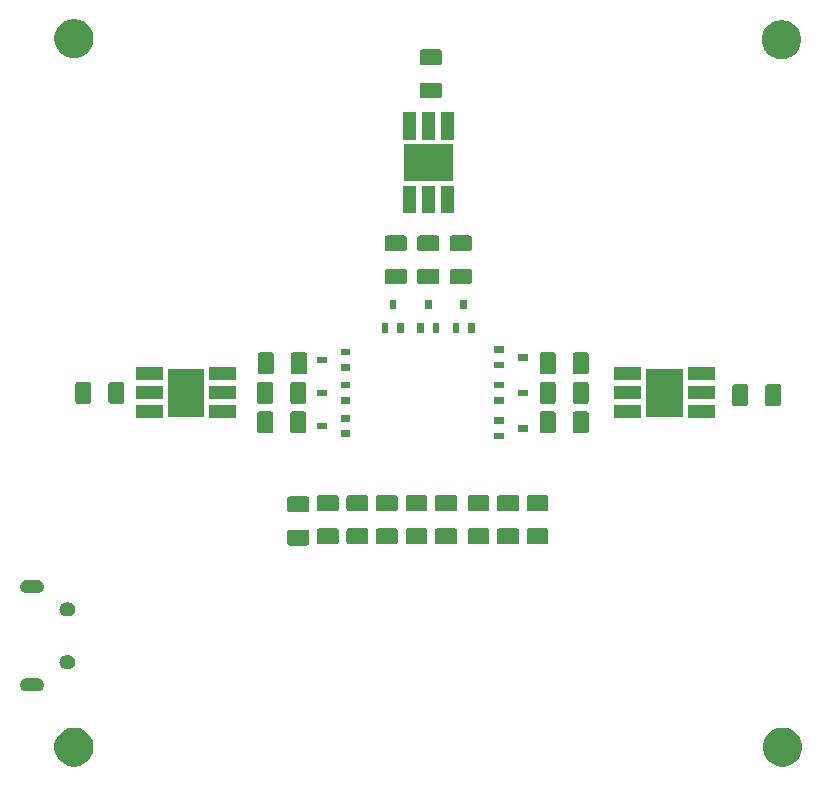
<source format=gts>
G04 #@! TF.GenerationSoftware,KiCad,Pcbnew,5.1.6*
G04 #@! TF.CreationDate,2020-08-29T17:23:06+02:00*
G04 #@! TF.ProjectId,ESP32_lamp,45535033-325f-46c6-916d-702e6b696361,rev?*
G04 #@! TF.SameCoordinates,Original*
G04 #@! TF.FileFunction,Soldermask,Top*
G04 #@! TF.FilePolarity,Negative*
%FSLAX46Y46*%
G04 Gerber Fmt 4.6, Leading zero omitted, Abs format (unit mm)*
G04 Created by KiCad (PCBNEW 5.1.6) date 2020-08-29 17:23:06*
%MOMM*%
%LPD*%
G01*
G04 APERTURE LIST*
%ADD10C,0.100000*%
G04 APERTURE END LIST*
D10*
G36*
X185375256Y-138391298D02*
G01*
X185481579Y-138412447D01*
X185782042Y-138536903D01*
X186052451Y-138717585D01*
X186282415Y-138947549D01*
X186463097Y-139217958D01*
X186587553Y-139518421D01*
X186651000Y-139837391D01*
X186651000Y-140162609D01*
X186587553Y-140481579D01*
X186463097Y-140782042D01*
X186282415Y-141052451D01*
X186052451Y-141282415D01*
X185782042Y-141463097D01*
X185481579Y-141587553D01*
X185375256Y-141608702D01*
X185162611Y-141651000D01*
X184837389Y-141651000D01*
X184624744Y-141608702D01*
X184518421Y-141587553D01*
X184217958Y-141463097D01*
X183947549Y-141282415D01*
X183717585Y-141052451D01*
X183536903Y-140782042D01*
X183412447Y-140481579D01*
X183349000Y-140162609D01*
X183349000Y-139837391D01*
X183412447Y-139518421D01*
X183536903Y-139217958D01*
X183717585Y-138947549D01*
X183947549Y-138717585D01*
X184217958Y-138536903D01*
X184518421Y-138412447D01*
X184624744Y-138391298D01*
X184837389Y-138349000D01*
X185162611Y-138349000D01*
X185375256Y-138391298D01*
G37*
G36*
X125375256Y-138391298D02*
G01*
X125481579Y-138412447D01*
X125782042Y-138536903D01*
X126052451Y-138717585D01*
X126282415Y-138947549D01*
X126463097Y-139217958D01*
X126587553Y-139518421D01*
X126651000Y-139837391D01*
X126651000Y-140162609D01*
X126587553Y-140481579D01*
X126463097Y-140782042D01*
X126282415Y-141052451D01*
X126052451Y-141282415D01*
X125782042Y-141463097D01*
X125481579Y-141587553D01*
X125375256Y-141608702D01*
X125162611Y-141651000D01*
X124837389Y-141651000D01*
X124624744Y-141608702D01*
X124518421Y-141587553D01*
X124217958Y-141463097D01*
X123947549Y-141282415D01*
X123717585Y-141052451D01*
X123536903Y-140782042D01*
X123412447Y-140481579D01*
X123349000Y-140162609D01*
X123349000Y-139837391D01*
X123412447Y-139518421D01*
X123536903Y-139217958D01*
X123717585Y-138947549D01*
X123947549Y-138717585D01*
X124217958Y-138536903D01*
X124518421Y-138412447D01*
X124624744Y-138391298D01*
X124837389Y-138349000D01*
X125162611Y-138349000D01*
X125375256Y-138391298D01*
G37*
G36*
X122008015Y-134181973D02*
G01*
X122111879Y-134213479D01*
X122139055Y-134228005D01*
X122207600Y-134264643D01*
X122291501Y-134333499D01*
X122360357Y-134417400D01*
X122396995Y-134485945D01*
X122411521Y-134513121D01*
X122443027Y-134616985D01*
X122453666Y-134725000D01*
X122443027Y-134833015D01*
X122411521Y-134936879D01*
X122411519Y-134936882D01*
X122360357Y-135032600D01*
X122291501Y-135116501D01*
X122207600Y-135185357D01*
X122139055Y-135221995D01*
X122111879Y-135236521D01*
X122008015Y-135268027D01*
X121927067Y-135276000D01*
X120972933Y-135276000D01*
X120891985Y-135268027D01*
X120788121Y-135236521D01*
X120760945Y-135221995D01*
X120692400Y-135185357D01*
X120608499Y-135116501D01*
X120539643Y-135032600D01*
X120488481Y-134936882D01*
X120488479Y-134936879D01*
X120456973Y-134833015D01*
X120446334Y-134725000D01*
X120456973Y-134616985D01*
X120488479Y-134513121D01*
X120503005Y-134485945D01*
X120539643Y-134417400D01*
X120608499Y-134333499D01*
X120692400Y-134264643D01*
X120760945Y-134228005D01*
X120788121Y-134213479D01*
X120891985Y-134181973D01*
X120972933Y-134174000D01*
X121927067Y-134174000D01*
X122008015Y-134181973D01*
G37*
G36*
X124662916Y-132207334D02*
G01*
X124771492Y-132240271D01*
X124771495Y-132240272D01*
X124807601Y-132259571D01*
X124871557Y-132293756D01*
X124959264Y-132365736D01*
X125031244Y-132453443D01*
X125065429Y-132517399D01*
X125084728Y-132553505D01*
X125084729Y-132553508D01*
X125117666Y-132662084D01*
X125128787Y-132775000D01*
X125117666Y-132887916D01*
X125084729Y-132996492D01*
X125084728Y-132996495D01*
X125065429Y-133032601D01*
X125031244Y-133096557D01*
X124959264Y-133184264D01*
X124871557Y-133256244D01*
X124807601Y-133290429D01*
X124771495Y-133309728D01*
X124771492Y-133309729D01*
X124662916Y-133342666D01*
X124578298Y-133351000D01*
X124321702Y-133351000D01*
X124237084Y-133342666D01*
X124128508Y-133309729D01*
X124128505Y-133309728D01*
X124092399Y-133290429D01*
X124028443Y-133256244D01*
X123940736Y-133184264D01*
X123868756Y-133096557D01*
X123834571Y-133032601D01*
X123815272Y-132996495D01*
X123815271Y-132996492D01*
X123782334Y-132887916D01*
X123771213Y-132775000D01*
X123782334Y-132662084D01*
X123815271Y-132553508D01*
X123815272Y-132553505D01*
X123834571Y-132517399D01*
X123868756Y-132453443D01*
X123940736Y-132365736D01*
X124028443Y-132293756D01*
X124092399Y-132259571D01*
X124128505Y-132240272D01*
X124128508Y-132240271D01*
X124237084Y-132207334D01*
X124321702Y-132199000D01*
X124578298Y-132199000D01*
X124662916Y-132207334D01*
G37*
G36*
X124662916Y-127757334D02*
G01*
X124771492Y-127790271D01*
X124771495Y-127790272D01*
X124807601Y-127809571D01*
X124871557Y-127843756D01*
X124959264Y-127915736D01*
X125031244Y-128003443D01*
X125065429Y-128067399D01*
X125084728Y-128103505D01*
X125084729Y-128103508D01*
X125117666Y-128212084D01*
X125128787Y-128325000D01*
X125117666Y-128437916D01*
X125084729Y-128546492D01*
X125084728Y-128546495D01*
X125065429Y-128582601D01*
X125031244Y-128646557D01*
X124959264Y-128734264D01*
X124871557Y-128806244D01*
X124807601Y-128840429D01*
X124771495Y-128859728D01*
X124771492Y-128859729D01*
X124662916Y-128892666D01*
X124578298Y-128901000D01*
X124321702Y-128901000D01*
X124237084Y-128892666D01*
X124128508Y-128859729D01*
X124128505Y-128859728D01*
X124092399Y-128840429D01*
X124028443Y-128806244D01*
X123940736Y-128734264D01*
X123868756Y-128646557D01*
X123834571Y-128582601D01*
X123815272Y-128546495D01*
X123815271Y-128546492D01*
X123782334Y-128437916D01*
X123771213Y-128325000D01*
X123782334Y-128212084D01*
X123815271Y-128103508D01*
X123815272Y-128103505D01*
X123834571Y-128067399D01*
X123868756Y-128003443D01*
X123940736Y-127915736D01*
X124028443Y-127843756D01*
X124092399Y-127809571D01*
X124128505Y-127790272D01*
X124128508Y-127790271D01*
X124237084Y-127757334D01*
X124321702Y-127749000D01*
X124578298Y-127749000D01*
X124662916Y-127757334D01*
G37*
G36*
X122008015Y-125831973D02*
G01*
X122111879Y-125863479D01*
X122139055Y-125878005D01*
X122207600Y-125914643D01*
X122291501Y-125983499D01*
X122360357Y-126067400D01*
X122396995Y-126135945D01*
X122411521Y-126163121D01*
X122443027Y-126266985D01*
X122453666Y-126375000D01*
X122443027Y-126483015D01*
X122411521Y-126586879D01*
X122411519Y-126586882D01*
X122360357Y-126682600D01*
X122291501Y-126766501D01*
X122207600Y-126835357D01*
X122139055Y-126871995D01*
X122111879Y-126886521D01*
X122008015Y-126918027D01*
X121927067Y-126926000D01*
X120972933Y-126926000D01*
X120891985Y-126918027D01*
X120788121Y-126886521D01*
X120760945Y-126871995D01*
X120692400Y-126835357D01*
X120608499Y-126766501D01*
X120539643Y-126682600D01*
X120488481Y-126586882D01*
X120488479Y-126586879D01*
X120456973Y-126483015D01*
X120446334Y-126375000D01*
X120456973Y-126266985D01*
X120488479Y-126163121D01*
X120503005Y-126135945D01*
X120539643Y-126067400D01*
X120608499Y-125983499D01*
X120692400Y-125914643D01*
X120760945Y-125878005D01*
X120788121Y-125863479D01*
X120891985Y-125831973D01*
X120972933Y-125824000D01*
X121927067Y-125824000D01*
X122008015Y-125831973D01*
G37*
G36*
X144768604Y-121578347D02*
G01*
X144805144Y-121589432D01*
X144838821Y-121607433D01*
X144868341Y-121631659D01*
X144892567Y-121661179D01*
X144910568Y-121694856D01*
X144921653Y-121731396D01*
X144926000Y-121775538D01*
X144926000Y-122724462D01*
X144921653Y-122768604D01*
X144910568Y-122805144D01*
X144892567Y-122838821D01*
X144868341Y-122868341D01*
X144838821Y-122892567D01*
X144805144Y-122910568D01*
X144768604Y-122921653D01*
X144724462Y-122926000D01*
X143275538Y-122926000D01*
X143231396Y-122921653D01*
X143194856Y-122910568D01*
X143161179Y-122892567D01*
X143131659Y-122868341D01*
X143107433Y-122838821D01*
X143089432Y-122805144D01*
X143078347Y-122768604D01*
X143074000Y-122724462D01*
X143074000Y-121775538D01*
X143078347Y-121731396D01*
X143089432Y-121694856D01*
X143107433Y-121661179D01*
X143131659Y-121631659D01*
X143161179Y-121607433D01*
X143194856Y-121589432D01*
X143231396Y-121578347D01*
X143275538Y-121574000D01*
X144724462Y-121574000D01*
X144768604Y-121578347D01*
G37*
G36*
X160018604Y-121478347D02*
G01*
X160055144Y-121489432D01*
X160088821Y-121507433D01*
X160118341Y-121531659D01*
X160142567Y-121561179D01*
X160160568Y-121594856D01*
X160171653Y-121631396D01*
X160176000Y-121675538D01*
X160176000Y-122624462D01*
X160171653Y-122668604D01*
X160160568Y-122705144D01*
X160142567Y-122738821D01*
X160118341Y-122768341D01*
X160088821Y-122792567D01*
X160055144Y-122810568D01*
X160018604Y-122821653D01*
X159974462Y-122826000D01*
X158525538Y-122826000D01*
X158481396Y-122821653D01*
X158444856Y-122810568D01*
X158411179Y-122792567D01*
X158381659Y-122768341D01*
X158357433Y-122738821D01*
X158339432Y-122705144D01*
X158328347Y-122668604D01*
X158324000Y-122624462D01*
X158324000Y-121675538D01*
X158328347Y-121631396D01*
X158339432Y-121594856D01*
X158357433Y-121561179D01*
X158381659Y-121531659D01*
X158411179Y-121507433D01*
X158444856Y-121489432D01*
X158481396Y-121478347D01*
X158525538Y-121474000D01*
X159974462Y-121474000D01*
X160018604Y-121478347D01*
G37*
G36*
X154768604Y-121478347D02*
G01*
X154805144Y-121489432D01*
X154838821Y-121507433D01*
X154868341Y-121531659D01*
X154892567Y-121561179D01*
X154910568Y-121594856D01*
X154921653Y-121631396D01*
X154926000Y-121675538D01*
X154926000Y-122624462D01*
X154921653Y-122668604D01*
X154910568Y-122705144D01*
X154892567Y-122738821D01*
X154868341Y-122768341D01*
X154838821Y-122792567D01*
X154805144Y-122810568D01*
X154768604Y-122821653D01*
X154724462Y-122826000D01*
X153275538Y-122826000D01*
X153231396Y-122821653D01*
X153194856Y-122810568D01*
X153161179Y-122792567D01*
X153131659Y-122768341D01*
X153107433Y-122738821D01*
X153089432Y-122705144D01*
X153078347Y-122668604D01*
X153074000Y-122624462D01*
X153074000Y-121675538D01*
X153078347Y-121631396D01*
X153089432Y-121594856D01*
X153107433Y-121561179D01*
X153131659Y-121531659D01*
X153161179Y-121507433D01*
X153194856Y-121489432D01*
X153231396Y-121478347D01*
X153275538Y-121474000D01*
X154724462Y-121474000D01*
X154768604Y-121478347D01*
G37*
G36*
X157268604Y-121478347D02*
G01*
X157305144Y-121489432D01*
X157338821Y-121507433D01*
X157368341Y-121531659D01*
X157392567Y-121561179D01*
X157410568Y-121594856D01*
X157421653Y-121631396D01*
X157426000Y-121675538D01*
X157426000Y-122624462D01*
X157421653Y-122668604D01*
X157410568Y-122705144D01*
X157392567Y-122738821D01*
X157368341Y-122768341D01*
X157338821Y-122792567D01*
X157305144Y-122810568D01*
X157268604Y-122821653D01*
X157224462Y-122826000D01*
X155775538Y-122826000D01*
X155731396Y-122821653D01*
X155694856Y-122810568D01*
X155661179Y-122792567D01*
X155631659Y-122768341D01*
X155607433Y-122738821D01*
X155589432Y-122705144D01*
X155578347Y-122668604D01*
X155574000Y-122624462D01*
X155574000Y-121675538D01*
X155578347Y-121631396D01*
X155589432Y-121594856D01*
X155607433Y-121561179D01*
X155631659Y-121531659D01*
X155661179Y-121507433D01*
X155694856Y-121489432D01*
X155731396Y-121478347D01*
X155775538Y-121474000D01*
X157224462Y-121474000D01*
X157268604Y-121478347D01*
G37*
G36*
X165018604Y-121478347D02*
G01*
X165055144Y-121489432D01*
X165088821Y-121507433D01*
X165118341Y-121531659D01*
X165142567Y-121561179D01*
X165160568Y-121594856D01*
X165171653Y-121631396D01*
X165176000Y-121675538D01*
X165176000Y-122624462D01*
X165171653Y-122668604D01*
X165160568Y-122705144D01*
X165142567Y-122738821D01*
X165118341Y-122768341D01*
X165088821Y-122792567D01*
X165055144Y-122810568D01*
X165018604Y-122821653D01*
X164974462Y-122826000D01*
X163525538Y-122826000D01*
X163481396Y-122821653D01*
X163444856Y-122810568D01*
X163411179Y-122792567D01*
X163381659Y-122768341D01*
X163357433Y-122738821D01*
X163339432Y-122705144D01*
X163328347Y-122668604D01*
X163324000Y-122624462D01*
X163324000Y-121675538D01*
X163328347Y-121631396D01*
X163339432Y-121594856D01*
X163357433Y-121561179D01*
X163381659Y-121531659D01*
X163411179Y-121507433D01*
X163444856Y-121489432D01*
X163481396Y-121478347D01*
X163525538Y-121474000D01*
X164974462Y-121474000D01*
X165018604Y-121478347D01*
G37*
G36*
X152268604Y-121478347D02*
G01*
X152305144Y-121489432D01*
X152338821Y-121507433D01*
X152368341Y-121531659D01*
X152392567Y-121561179D01*
X152410568Y-121594856D01*
X152421653Y-121631396D01*
X152426000Y-121675538D01*
X152426000Y-122624462D01*
X152421653Y-122668604D01*
X152410568Y-122705144D01*
X152392567Y-122738821D01*
X152368341Y-122768341D01*
X152338821Y-122792567D01*
X152305144Y-122810568D01*
X152268604Y-122821653D01*
X152224462Y-122826000D01*
X150775538Y-122826000D01*
X150731396Y-122821653D01*
X150694856Y-122810568D01*
X150661179Y-122792567D01*
X150631659Y-122768341D01*
X150607433Y-122738821D01*
X150589432Y-122705144D01*
X150578347Y-122668604D01*
X150574000Y-122624462D01*
X150574000Y-121675538D01*
X150578347Y-121631396D01*
X150589432Y-121594856D01*
X150607433Y-121561179D01*
X150631659Y-121531659D01*
X150661179Y-121507433D01*
X150694856Y-121489432D01*
X150731396Y-121478347D01*
X150775538Y-121474000D01*
X152224462Y-121474000D01*
X152268604Y-121478347D01*
G37*
G36*
X149768604Y-121478347D02*
G01*
X149805144Y-121489432D01*
X149838821Y-121507433D01*
X149868341Y-121531659D01*
X149892567Y-121561179D01*
X149910568Y-121594856D01*
X149921653Y-121631396D01*
X149926000Y-121675538D01*
X149926000Y-122624462D01*
X149921653Y-122668604D01*
X149910568Y-122705144D01*
X149892567Y-122738821D01*
X149868341Y-122768341D01*
X149838821Y-122792567D01*
X149805144Y-122810568D01*
X149768604Y-122821653D01*
X149724462Y-122826000D01*
X148275538Y-122826000D01*
X148231396Y-122821653D01*
X148194856Y-122810568D01*
X148161179Y-122792567D01*
X148131659Y-122768341D01*
X148107433Y-122738821D01*
X148089432Y-122705144D01*
X148078347Y-122668604D01*
X148074000Y-122624462D01*
X148074000Y-121675538D01*
X148078347Y-121631396D01*
X148089432Y-121594856D01*
X148107433Y-121561179D01*
X148131659Y-121531659D01*
X148161179Y-121507433D01*
X148194856Y-121489432D01*
X148231396Y-121478347D01*
X148275538Y-121474000D01*
X149724462Y-121474000D01*
X149768604Y-121478347D01*
G37*
G36*
X147268604Y-121478347D02*
G01*
X147305144Y-121489432D01*
X147338821Y-121507433D01*
X147368341Y-121531659D01*
X147392567Y-121561179D01*
X147410568Y-121594856D01*
X147421653Y-121631396D01*
X147426000Y-121675538D01*
X147426000Y-122624462D01*
X147421653Y-122668604D01*
X147410568Y-122705144D01*
X147392567Y-122738821D01*
X147368341Y-122768341D01*
X147338821Y-122792567D01*
X147305144Y-122810568D01*
X147268604Y-122821653D01*
X147224462Y-122826000D01*
X145775538Y-122826000D01*
X145731396Y-122821653D01*
X145694856Y-122810568D01*
X145661179Y-122792567D01*
X145631659Y-122768341D01*
X145607433Y-122738821D01*
X145589432Y-122705144D01*
X145578347Y-122668604D01*
X145574000Y-122624462D01*
X145574000Y-121675538D01*
X145578347Y-121631396D01*
X145589432Y-121594856D01*
X145607433Y-121561179D01*
X145631659Y-121531659D01*
X145661179Y-121507433D01*
X145694856Y-121489432D01*
X145731396Y-121478347D01*
X145775538Y-121474000D01*
X147224462Y-121474000D01*
X147268604Y-121478347D01*
G37*
G36*
X162518604Y-121478347D02*
G01*
X162555144Y-121489432D01*
X162588821Y-121507433D01*
X162618341Y-121531659D01*
X162642567Y-121561179D01*
X162660568Y-121594856D01*
X162671653Y-121631396D01*
X162676000Y-121675538D01*
X162676000Y-122624462D01*
X162671653Y-122668604D01*
X162660568Y-122705144D01*
X162642567Y-122738821D01*
X162618341Y-122768341D01*
X162588821Y-122792567D01*
X162555144Y-122810568D01*
X162518604Y-122821653D01*
X162474462Y-122826000D01*
X161025538Y-122826000D01*
X160981396Y-122821653D01*
X160944856Y-122810568D01*
X160911179Y-122792567D01*
X160881659Y-122768341D01*
X160857433Y-122738821D01*
X160839432Y-122705144D01*
X160828347Y-122668604D01*
X160824000Y-122624462D01*
X160824000Y-121675538D01*
X160828347Y-121631396D01*
X160839432Y-121594856D01*
X160857433Y-121561179D01*
X160881659Y-121531659D01*
X160911179Y-121507433D01*
X160944856Y-121489432D01*
X160981396Y-121478347D01*
X161025538Y-121474000D01*
X162474462Y-121474000D01*
X162518604Y-121478347D01*
G37*
G36*
X144768604Y-118778347D02*
G01*
X144805144Y-118789432D01*
X144838821Y-118807433D01*
X144868341Y-118831659D01*
X144892567Y-118861179D01*
X144910568Y-118894856D01*
X144921653Y-118931396D01*
X144926000Y-118975538D01*
X144926000Y-119924462D01*
X144921653Y-119968604D01*
X144910568Y-120005144D01*
X144892567Y-120038821D01*
X144868341Y-120068341D01*
X144838821Y-120092567D01*
X144805144Y-120110568D01*
X144768604Y-120121653D01*
X144724462Y-120126000D01*
X143275538Y-120126000D01*
X143231396Y-120121653D01*
X143194856Y-120110568D01*
X143161179Y-120092567D01*
X143131659Y-120068341D01*
X143107433Y-120038821D01*
X143089432Y-120005144D01*
X143078347Y-119968604D01*
X143074000Y-119924462D01*
X143074000Y-118975538D01*
X143078347Y-118931396D01*
X143089432Y-118894856D01*
X143107433Y-118861179D01*
X143131659Y-118831659D01*
X143161179Y-118807433D01*
X143194856Y-118789432D01*
X143231396Y-118778347D01*
X143275538Y-118774000D01*
X144724462Y-118774000D01*
X144768604Y-118778347D01*
G37*
G36*
X147268604Y-118678347D02*
G01*
X147305144Y-118689432D01*
X147338821Y-118707433D01*
X147368341Y-118731659D01*
X147392567Y-118761179D01*
X147410568Y-118794856D01*
X147421653Y-118831396D01*
X147426000Y-118875538D01*
X147426000Y-119824462D01*
X147421653Y-119868604D01*
X147410568Y-119905144D01*
X147392567Y-119938821D01*
X147368341Y-119968341D01*
X147338821Y-119992567D01*
X147305144Y-120010568D01*
X147268604Y-120021653D01*
X147224462Y-120026000D01*
X145775538Y-120026000D01*
X145731396Y-120021653D01*
X145694856Y-120010568D01*
X145661179Y-119992567D01*
X145631659Y-119968341D01*
X145607433Y-119938821D01*
X145589432Y-119905144D01*
X145578347Y-119868604D01*
X145574000Y-119824462D01*
X145574000Y-118875538D01*
X145578347Y-118831396D01*
X145589432Y-118794856D01*
X145607433Y-118761179D01*
X145631659Y-118731659D01*
X145661179Y-118707433D01*
X145694856Y-118689432D01*
X145731396Y-118678347D01*
X145775538Y-118674000D01*
X147224462Y-118674000D01*
X147268604Y-118678347D01*
G37*
G36*
X165018604Y-118678347D02*
G01*
X165055144Y-118689432D01*
X165088821Y-118707433D01*
X165118341Y-118731659D01*
X165142567Y-118761179D01*
X165160568Y-118794856D01*
X165171653Y-118831396D01*
X165176000Y-118875538D01*
X165176000Y-119824462D01*
X165171653Y-119868604D01*
X165160568Y-119905144D01*
X165142567Y-119938821D01*
X165118341Y-119968341D01*
X165088821Y-119992567D01*
X165055144Y-120010568D01*
X165018604Y-120021653D01*
X164974462Y-120026000D01*
X163525538Y-120026000D01*
X163481396Y-120021653D01*
X163444856Y-120010568D01*
X163411179Y-119992567D01*
X163381659Y-119968341D01*
X163357433Y-119938821D01*
X163339432Y-119905144D01*
X163328347Y-119868604D01*
X163324000Y-119824462D01*
X163324000Y-118875538D01*
X163328347Y-118831396D01*
X163339432Y-118794856D01*
X163357433Y-118761179D01*
X163381659Y-118731659D01*
X163411179Y-118707433D01*
X163444856Y-118689432D01*
X163481396Y-118678347D01*
X163525538Y-118674000D01*
X164974462Y-118674000D01*
X165018604Y-118678347D01*
G37*
G36*
X149768604Y-118678347D02*
G01*
X149805144Y-118689432D01*
X149838821Y-118707433D01*
X149868341Y-118731659D01*
X149892567Y-118761179D01*
X149910568Y-118794856D01*
X149921653Y-118831396D01*
X149926000Y-118875538D01*
X149926000Y-119824462D01*
X149921653Y-119868604D01*
X149910568Y-119905144D01*
X149892567Y-119938821D01*
X149868341Y-119968341D01*
X149838821Y-119992567D01*
X149805144Y-120010568D01*
X149768604Y-120021653D01*
X149724462Y-120026000D01*
X148275538Y-120026000D01*
X148231396Y-120021653D01*
X148194856Y-120010568D01*
X148161179Y-119992567D01*
X148131659Y-119968341D01*
X148107433Y-119938821D01*
X148089432Y-119905144D01*
X148078347Y-119868604D01*
X148074000Y-119824462D01*
X148074000Y-118875538D01*
X148078347Y-118831396D01*
X148089432Y-118794856D01*
X148107433Y-118761179D01*
X148131659Y-118731659D01*
X148161179Y-118707433D01*
X148194856Y-118689432D01*
X148231396Y-118678347D01*
X148275538Y-118674000D01*
X149724462Y-118674000D01*
X149768604Y-118678347D01*
G37*
G36*
X152268604Y-118678347D02*
G01*
X152305144Y-118689432D01*
X152338821Y-118707433D01*
X152368341Y-118731659D01*
X152392567Y-118761179D01*
X152410568Y-118794856D01*
X152421653Y-118831396D01*
X152426000Y-118875538D01*
X152426000Y-119824462D01*
X152421653Y-119868604D01*
X152410568Y-119905144D01*
X152392567Y-119938821D01*
X152368341Y-119968341D01*
X152338821Y-119992567D01*
X152305144Y-120010568D01*
X152268604Y-120021653D01*
X152224462Y-120026000D01*
X150775538Y-120026000D01*
X150731396Y-120021653D01*
X150694856Y-120010568D01*
X150661179Y-119992567D01*
X150631659Y-119968341D01*
X150607433Y-119938821D01*
X150589432Y-119905144D01*
X150578347Y-119868604D01*
X150574000Y-119824462D01*
X150574000Y-118875538D01*
X150578347Y-118831396D01*
X150589432Y-118794856D01*
X150607433Y-118761179D01*
X150631659Y-118731659D01*
X150661179Y-118707433D01*
X150694856Y-118689432D01*
X150731396Y-118678347D01*
X150775538Y-118674000D01*
X152224462Y-118674000D01*
X152268604Y-118678347D01*
G37*
G36*
X160018604Y-118678347D02*
G01*
X160055144Y-118689432D01*
X160088821Y-118707433D01*
X160118341Y-118731659D01*
X160142567Y-118761179D01*
X160160568Y-118794856D01*
X160171653Y-118831396D01*
X160176000Y-118875538D01*
X160176000Y-119824462D01*
X160171653Y-119868604D01*
X160160568Y-119905144D01*
X160142567Y-119938821D01*
X160118341Y-119968341D01*
X160088821Y-119992567D01*
X160055144Y-120010568D01*
X160018604Y-120021653D01*
X159974462Y-120026000D01*
X158525538Y-120026000D01*
X158481396Y-120021653D01*
X158444856Y-120010568D01*
X158411179Y-119992567D01*
X158381659Y-119968341D01*
X158357433Y-119938821D01*
X158339432Y-119905144D01*
X158328347Y-119868604D01*
X158324000Y-119824462D01*
X158324000Y-118875538D01*
X158328347Y-118831396D01*
X158339432Y-118794856D01*
X158357433Y-118761179D01*
X158381659Y-118731659D01*
X158411179Y-118707433D01*
X158444856Y-118689432D01*
X158481396Y-118678347D01*
X158525538Y-118674000D01*
X159974462Y-118674000D01*
X160018604Y-118678347D01*
G37*
G36*
X157268604Y-118678347D02*
G01*
X157305144Y-118689432D01*
X157338821Y-118707433D01*
X157368341Y-118731659D01*
X157392567Y-118761179D01*
X157410568Y-118794856D01*
X157421653Y-118831396D01*
X157426000Y-118875538D01*
X157426000Y-119824462D01*
X157421653Y-119868604D01*
X157410568Y-119905144D01*
X157392567Y-119938821D01*
X157368341Y-119968341D01*
X157338821Y-119992567D01*
X157305144Y-120010568D01*
X157268604Y-120021653D01*
X157224462Y-120026000D01*
X155775538Y-120026000D01*
X155731396Y-120021653D01*
X155694856Y-120010568D01*
X155661179Y-119992567D01*
X155631659Y-119968341D01*
X155607433Y-119938821D01*
X155589432Y-119905144D01*
X155578347Y-119868604D01*
X155574000Y-119824462D01*
X155574000Y-118875538D01*
X155578347Y-118831396D01*
X155589432Y-118794856D01*
X155607433Y-118761179D01*
X155631659Y-118731659D01*
X155661179Y-118707433D01*
X155694856Y-118689432D01*
X155731396Y-118678347D01*
X155775538Y-118674000D01*
X157224462Y-118674000D01*
X157268604Y-118678347D01*
G37*
G36*
X154768604Y-118678347D02*
G01*
X154805144Y-118689432D01*
X154838821Y-118707433D01*
X154868341Y-118731659D01*
X154892567Y-118761179D01*
X154910568Y-118794856D01*
X154921653Y-118831396D01*
X154926000Y-118875538D01*
X154926000Y-119824462D01*
X154921653Y-119868604D01*
X154910568Y-119905144D01*
X154892567Y-119938821D01*
X154868341Y-119968341D01*
X154838821Y-119992567D01*
X154805144Y-120010568D01*
X154768604Y-120021653D01*
X154724462Y-120026000D01*
X153275538Y-120026000D01*
X153231396Y-120021653D01*
X153194856Y-120010568D01*
X153161179Y-119992567D01*
X153131659Y-119968341D01*
X153107433Y-119938821D01*
X153089432Y-119905144D01*
X153078347Y-119868604D01*
X153074000Y-119824462D01*
X153074000Y-118875538D01*
X153078347Y-118831396D01*
X153089432Y-118794856D01*
X153107433Y-118761179D01*
X153131659Y-118731659D01*
X153161179Y-118707433D01*
X153194856Y-118689432D01*
X153231396Y-118678347D01*
X153275538Y-118674000D01*
X154724462Y-118674000D01*
X154768604Y-118678347D01*
G37*
G36*
X162518604Y-118678347D02*
G01*
X162555144Y-118689432D01*
X162588821Y-118707433D01*
X162618341Y-118731659D01*
X162642567Y-118761179D01*
X162660568Y-118794856D01*
X162671653Y-118831396D01*
X162676000Y-118875538D01*
X162676000Y-119824462D01*
X162671653Y-119868604D01*
X162660568Y-119905144D01*
X162642567Y-119938821D01*
X162618341Y-119968341D01*
X162588821Y-119992567D01*
X162555144Y-120010568D01*
X162518604Y-120021653D01*
X162474462Y-120026000D01*
X161025538Y-120026000D01*
X160981396Y-120021653D01*
X160944856Y-120010568D01*
X160911179Y-119992567D01*
X160881659Y-119968341D01*
X160857433Y-119938821D01*
X160839432Y-119905144D01*
X160828347Y-119868604D01*
X160824000Y-119824462D01*
X160824000Y-118875538D01*
X160828347Y-118831396D01*
X160839432Y-118794856D01*
X160857433Y-118761179D01*
X160881659Y-118731659D01*
X160911179Y-118707433D01*
X160944856Y-118689432D01*
X160981396Y-118678347D01*
X161025538Y-118674000D01*
X162474462Y-118674000D01*
X162518604Y-118678347D01*
G37*
G36*
X161401000Y-113926000D02*
G01*
X160599000Y-113926000D01*
X160599000Y-113374000D01*
X161401000Y-113374000D01*
X161401000Y-113926000D01*
G37*
G36*
X148401000Y-113726000D02*
G01*
X147599000Y-113726000D01*
X147599000Y-113174000D01*
X148401000Y-113174000D01*
X148401000Y-113726000D01*
G37*
G36*
X144518604Y-111578347D02*
G01*
X144555144Y-111589432D01*
X144588821Y-111607433D01*
X144618341Y-111631659D01*
X144642567Y-111661179D01*
X144660568Y-111694856D01*
X144671653Y-111731396D01*
X144676000Y-111775538D01*
X144676000Y-113224462D01*
X144671653Y-113268604D01*
X144660568Y-113305144D01*
X144642567Y-113338821D01*
X144618341Y-113368341D01*
X144588821Y-113392567D01*
X144555144Y-113410568D01*
X144518604Y-113421653D01*
X144474462Y-113426000D01*
X143525538Y-113426000D01*
X143481396Y-113421653D01*
X143444856Y-113410568D01*
X143411179Y-113392567D01*
X143381659Y-113368341D01*
X143357433Y-113338821D01*
X143339432Y-113305144D01*
X143328347Y-113268604D01*
X143324000Y-113224462D01*
X143324000Y-111775538D01*
X143328347Y-111731396D01*
X143339432Y-111694856D01*
X143357433Y-111661179D01*
X143381659Y-111631659D01*
X143411179Y-111607433D01*
X143444856Y-111589432D01*
X143481396Y-111578347D01*
X143525538Y-111574000D01*
X144474462Y-111574000D01*
X144518604Y-111578347D01*
G37*
G36*
X168418604Y-111578347D02*
G01*
X168455144Y-111589432D01*
X168488821Y-111607433D01*
X168518341Y-111631659D01*
X168542567Y-111661179D01*
X168560568Y-111694856D01*
X168571653Y-111731396D01*
X168576000Y-111775538D01*
X168576000Y-113224462D01*
X168571653Y-113268604D01*
X168560568Y-113305144D01*
X168542567Y-113338821D01*
X168518341Y-113368341D01*
X168488821Y-113392567D01*
X168455144Y-113410568D01*
X168418604Y-113421653D01*
X168374462Y-113426000D01*
X167425538Y-113426000D01*
X167381396Y-113421653D01*
X167344856Y-113410568D01*
X167311179Y-113392567D01*
X167281659Y-113368341D01*
X167257433Y-113338821D01*
X167239432Y-113305144D01*
X167228347Y-113268604D01*
X167224000Y-113224462D01*
X167224000Y-111775538D01*
X167228347Y-111731396D01*
X167239432Y-111694856D01*
X167257433Y-111661179D01*
X167281659Y-111631659D01*
X167311179Y-111607433D01*
X167344856Y-111589432D01*
X167381396Y-111578347D01*
X167425538Y-111574000D01*
X168374462Y-111574000D01*
X168418604Y-111578347D01*
G37*
G36*
X165618604Y-111578347D02*
G01*
X165655144Y-111589432D01*
X165688821Y-111607433D01*
X165718341Y-111631659D01*
X165742567Y-111661179D01*
X165760568Y-111694856D01*
X165771653Y-111731396D01*
X165776000Y-111775538D01*
X165776000Y-113224462D01*
X165771653Y-113268604D01*
X165760568Y-113305144D01*
X165742567Y-113338821D01*
X165718341Y-113368341D01*
X165688821Y-113392567D01*
X165655144Y-113410568D01*
X165618604Y-113421653D01*
X165574462Y-113426000D01*
X164625538Y-113426000D01*
X164581396Y-113421653D01*
X164544856Y-113410568D01*
X164511179Y-113392567D01*
X164481659Y-113368341D01*
X164457433Y-113338821D01*
X164439432Y-113305144D01*
X164428347Y-113268604D01*
X164424000Y-113224462D01*
X164424000Y-111775538D01*
X164428347Y-111731396D01*
X164439432Y-111694856D01*
X164457433Y-111661179D01*
X164481659Y-111631659D01*
X164511179Y-111607433D01*
X164544856Y-111589432D01*
X164581396Y-111578347D01*
X164625538Y-111574000D01*
X165574462Y-111574000D01*
X165618604Y-111578347D01*
G37*
G36*
X141718604Y-111578347D02*
G01*
X141755144Y-111589432D01*
X141788821Y-111607433D01*
X141818341Y-111631659D01*
X141842567Y-111661179D01*
X141860568Y-111694856D01*
X141871653Y-111731396D01*
X141876000Y-111775538D01*
X141876000Y-113224462D01*
X141871653Y-113268604D01*
X141860568Y-113305144D01*
X141842567Y-113338821D01*
X141818341Y-113368341D01*
X141788821Y-113392567D01*
X141755144Y-113410568D01*
X141718604Y-113421653D01*
X141674462Y-113426000D01*
X140725538Y-113426000D01*
X140681396Y-113421653D01*
X140644856Y-113410568D01*
X140611179Y-113392567D01*
X140581659Y-113368341D01*
X140557433Y-113338821D01*
X140539432Y-113305144D01*
X140528347Y-113268604D01*
X140524000Y-113224462D01*
X140524000Y-111775538D01*
X140528347Y-111731396D01*
X140539432Y-111694856D01*
X140557433Y-111661179D01*
X140581659Y-111631659D01*
X140611179Y-111607433D01*
X140644856Y-111589432D01*
X140681396Y-111578347D01*
X140725538Y-111574000D01*
X141674462Y-111574000D01*
X141718604Y-111578347D01*
G37*
G36*
X163401000Y-113276000D02*
G01*
X162599000Y-113276000D01*
X162599000Y-112724000D01*
X163401000Y-112724000D01*
X163401000Y-113276000D01*
G37*
G36*
X146401000Y-113076000D02*
G01*
X145599000Y-113076000D01*
X145599000Y-112524000D01*
X146401000Y-112524000D01*
X146401000Y-113076000D01*
G37*
G36*
X161401000Y-112626000D02*
G01*
X160599000Y-112626000D01*
X160599000Y-112074000D01*
X161401000Y-112074000D01*
X161401000Y-112626000D01*
G37*
G36*
X148401000Y-112426000D02*
G01*
X147599000Y-112426000D01*
X147599000Y-111874000D01*
X148401000Y-111874000D01*
X148401000Y-112426000D01*
G37*
G36*
X132551000Y-112151000D02*
G01*
X130249000Y-112151000D01*
X130249000Y-111049000D01*
X132551000Y-111049000D01*
X132551000Y-112151000D01*
G37*
G36*
X138751000Y-112151000D02*
G01*
X136449000Y-112151000D01*
X136449000Y-111049000D01*
X138751000Y-111049000D01*
X138751000Y-112151000D01*
G37*
G36*
X179251000Y-112151000D02*
G01*
X176949000Y-112151000D01*
X176949000Y-111049000D01*
X179251000Y-111049000D01*
X179251000Y-112151000D01*
G37*
G36*
X173051000Y-112151000D02*
G01*
X170749000Y-112151000D01*
X170749000Y-111049000D01*
X173051000Y-111049000D01*
X173051000Y-112151000D01*
G37*
G36*
X136051000Y-112051000D02*
G01*
X132949000Y-112051000D01*
X132949000Y-107949000D01*
X136051000Y-107949000D01*
X136051000Y-112051000D01*
G37*
G36*
X176551000Y-112051000D02*
G01*
X173449000Y-112051000D01*
X173449000Y-107949000D01*
X176551000Y-107949000D01*
X176551000Y-112051000D01*
G37*
G36*
X184718604Y-109278347D02*
G01*
X184755144Y-109289432D01*
X184788821Y-109307433D01*
X184818341Y-109331659D01*
X184842567Y-109361179D01*
X184860568Y-109394856D01*
X184871653Y-109431396D01*
X184876000Y-109475538D01*
X184876000Y-110924462D01*
X184871653Y-110968604D01*
X184860568Y-111005144D01*
X184842567Y-111038821D01*
X184818341Y-111068341D01*
X184788821Y-111092567D01*
X184755144Y-111110568D01*
X184718604Y-111121653D01*
X184674462Y-111126000D01*
X183725538Y-111126000D01*
X183681396Y-111121653D01*
X183644856Y-111110568D01*
X183611179Y-111092567D01*
X183581659Y-111068341D01*
X183557433Y-111038821D01*
X183539432Y-111005144D01*
X183528347Y-110968604D01*
X183524000Y-110924462D01*
X183524000Y-109475538D01*
X183528347Y-109431396D01*
X183539432Y-109394856D01*
X183557433Y-109361179D01*
X183581659Y-109331659D01*
X183611179Y-109307433D01*
X183644856Y-109289432D01*
X183681396Y-109278347D01*
X183725538Y-109274000D01*
X184674462Y-109274000D01*
X184718604Y-109278347D01*
G37*
G36*
X181918604Y-109278347D02*
G01*
X181955144Y-109289432D01*
X181988821Y-109307433D01*
X182018341Y-109331659D01*
X182042567Y-109361179D01*
X182060568Y-109394856D01*
X182071653Y-109431396D01*
X182076000Y-109475538D01*
X182076000Y-110924462D01*
X182071653Y-110968604D01*
X182060568Y-111005144D01*
X182042567Y-111038821D01*
X182018341Y-111068341D01*
X181988821Y-111092567D01*
X181955144Y-111110568D01*
X181918604Y-111121653D01*
X181874462Y-111126000D01*
X180925538Y-111126000D01*
X180881396Y-111121653D01*
X180844856Y-111110568D01*
X180811179Y-111092567D01*
X180781659Y-111068341D01*
X180757433Y-111038821D01*
X180739432Y-111005144D01*
X180728347Y-110968604D01*
X180724000Y-110924462D01*
X180724000Y-109475538D01*
X180728347Y-109431396D01*
X180739432Y-109394856D01*
X180757433Y-109361179D01*
X180781659Y-109331659D01*
X180811179Y-109307433D01*
X180844856Y-109289432D01*
X180881396Y-109278347D01*
X180925538Y-109274000D01*
X181874462Y-109274000D01*
X181918604Y-109278347D01*
G37*
G36*
X148401000Y-110926000D02*
G01*
X147599000Y-110926000D01*
X147599000Y-110374000D01*
X148401000Y-110374000D01*
X148401000Y-110926000D01*
G37*
G36*
X165618604Y-109078347D02*
G01*
X165655144Y-109089432D01*
X165688821Y-109107433D01*
X165718341Y-109131659D01*
X165742567Y-109161179D01*
X165760568Y-109194856D01*
X165771653Y-109231396D01*
X165776000Y-109275538D01*
X165776000Y-110724462D01*
X165771653Y-110768604D01*
X165760568Y-110805144D01*
X165742567Y-110838821D01*
X165718341Y-110868341D01*
X165688821Y-110892567D01*
X165655144Y-110910568D01*
X165618604Y-110921653D01*
X165574462Y-110926000D01*
X164625538Y-110926000D01*
X164581396Y-110921653D01*
X164544856Y-110910568D01*
X164511179Y-110892567D01*
X164481659Y-110868341D01*
X164457433Y-110838821D01*
X164439432Y-110805144D01*
X164428347Y-110768604D01*
X164424000Y-110724462D01*
X164424000Y-109275538D01*
X164428347Y-109231396D01*
X164439432Y-109194856D01*
X164457433Y-109161179D01*
X164481659Y-109131659D01*
X164511179Y-109107433D01*
X164544856Y-109089432D01*
X164581396Y-109078347D01*
X164625538Y-109074000D01*
X165574462Y-109074000D01*
X165618604Y-109078347D01*
G37*
G36*
X168418604Y-109078347D02*
G01*
X168455144Y-109089432D01*
X168488821Y-109107433D01*
X168518341Y-109131659D01*
X168542567Y-109161179D01*
X168560568Y-109194856D01*
X168571653Y-109231396D01*
X168576000Y-109275538D01*
X168576000Y-110724462D01*
X168571653Y-110768604D01*
X168560568Y-110805144D01*
X168542567Y-110838821D01*
X168518341Y-110868341D01*
X168488821Y-110892567D01*
X168455144Y-110910568D01*
X168418604Y-110921653D01*
X168374462Y-110926000D01*
X167425538Y-110926000D01*
X167381396Y-110921653D01*
X167344856Y-110910568D01*
X167311179Y-110892567D01*
X167281659Y-110868341D01*
X167257433Y-110838821D01*
X167239432Y-110805144D01*
X167228347Y-110768604D01*
X167224000Y-110724462D01*
X167224000Y-109275538D01*
X167228347Y-109231396D01*
X167239432Y-109194856D01*
X167257433Y-109161179D01*
X167281659Y-109131659D01*
X167311179Y-109107433D01*
X167344856Y-109089432D01*
X167381396Y-109078347D01*
X167425538Y-109074000D01*
X168374462Y-109074000D01*
X168418604Y-109078347D01*
G37*
G36*
X144518604Y-109078347D02*
G01*
X144555144Y-109089432D01*
X144588821Y-109107433D01*
X144618341Y-109131659D01*
X144642567Y-109161179D01*
X144660568Y-109194856D01*
X144671653Y-109231396D01*
X144676000Y-109275538D01*
X144676000Y-110724462D01*
X144671653Y-110768604D01*
X144660568Y-110805144D01*
X144642567Y-110838821D01*
X144618341Y-110868341D01*
X144588821Y-110892567D01*
X144555144Y-110910568D01*
X144518604Y-110921653D01*
X144474462Y-110926000D01*
X143525538Y-110926000D01*
X143481396Y-110921653D01*
X143444856Y-110910568D01*
X143411179Y-110892567D01*
X143381659Y-110868341D01*
X143357433Y-110838821D01*
X143339432Y-110805144D01*
X143328347Y-110768604D01*
X143324000Y-110724462D01*
X143324000Y-109275538D01*
X143328347Y-109231396D01*
X143339432Y-109194856D01*
X143357433Y-109161179D01*
X143381659Y-109131659D01*
X143411179Y-109107433D01*
X143444856Y-109089432D01*
X143481396Y-109078347D01*
X143525538Y-109074000D01*
X144474462Y-109074000D01*
X144518604Y-109078347D01*
G37*
G36*
X126318604Y-109078347D02*
G01*
X126355144Y-109089432D01*
X126388821Y-109107433D01*
X126418341Y-109131659D01*
X126442567Y-109161179D01*
X126460568Y-109194856D01*
X126471653Y-109231396D01*
X126476000Y-109275538D01*
X126476000Y-110724462D01*
X126471653Y-110768604D01*
X126460568Y-110805144D01*
X126442567Y-110838821D01*
X126418341Y-110868341D01*
X126388821Y-110892567D01*
X126355144Y-110910568D01*
X126318604Y-110921653D01*
X126274462Y-110926000D01*
X125325538Y-110926000D01*
X125281396Y-110921653D01*
X125244856Y-110910568D01*
X125211179Y-110892567D01*
X125181659Y-110868341D01*
X125157433Y-110838821D01*
X125139432Y-110805144D01*
X125128347Y-110768604D01*
X125124000Y-110724462D01*
X125124000Y-109275538D01*
X125128347Y-109231396D01*
X125139432Y-109194856D01*
X125157433Y-109161179D01*
X125181659Y-109131659D01*
X125211179Y-109107433D01*
X125244856Y-109089432D01*
X125281396Y-109078347D01*
X125325538Y-109074000D01*
X126274462Y-109074000D01*
X126318604Y-109078347D01*
G37*
G36*
X129118604Y-109078347D02*
G01*
X129155144Y-109089432D01*
X129188821Y-109107433D01*
X129218341Y-109131659D01*
X129242567Y-109161179D01*
X129260568Y-109194856D01*
X129271653Y-109231396D01*
X129276000Y-109275538D01*
X129276000Y-110724462D01*
X129271653Y-110768604D01*
X129260568Y-110805144D01*
X129242567Y-110838821D01*
X129218341Y-110868341D01*
X129188821Y-110892567D01*
X129155144Y-110910568D01*
X129118604Y-110921653D01*
X129074462Y-110926000D01*
X128125538Y-110926000D01*
X128081396Y-110921653D01*
X128044856Y-110910568D01*
X128011179Y-110892567D01*
X127981659Y-110868341D01*
X127957433Y-110838821D01*
X127939432Y-110805144D01*
X127928347Y-110768604D01*
X127924000Y-110724462D01*
X127924000Y-109275538D01*
X127928347Y-109231396D01*
X127939432Y-109194856D01*
X127957433Y-109161179D01*
X127981659Y-109131659D01*
X128011179Y-109107433D01*
X128044856Y-109089432D01*
X128081396Y-109078347D01*
X128125538Y-109074000D01*
X129074462Y-109074000D01*
X129118604Y-109078347D01*
G37*
G36*
X161401000Y-110926000D02*
G01*
X160599000Y-110926000D01*
X160599000Y-110374000D01*
X161401000Y-110374000D01*
X161401000Y-110926000D01*
G37*
G36*
X141718604Y-109078347D02*
G01*
X141755144Y-109089432D01*
X141788821Y-109107433D01*
X141818341Y-109131659D01*
X141842567Y-109161179D01*
X141860568Y-109194856D01*
X141871653Y-109231396D01*
X141876000Y-109275538D01*
X141876000Y-110724462D01*
X141871653Y-110768604D01*
X141860568Y-110805144D01*
X141842567Y-110838821D01*
X141818341Y-110868341D01*
X141788821Y-110892567D01*
X141755144Y-110910568D01*
X141718604Y-110921653D01*
X141674462Y-110926000D01*
X140725538Y-110926000D01*
X140681396Y-110921653D01*
X140644856Y-110910568D01*
X140611179Y-110892567D01*
X140581659Y-110868341D01*
X140557433Y-110838821D01*
X140539432Y-110805144D01*
X140528347Y-110768604D01*
X140524000Y-110724462D01*
X140524000Y-109275538D01*
X140528347Y-109231396D01*
X140539432Y-109194856D01*
X140557433Y-109161179D01*
X140581659Y-109131659D01*
X140611179Y-109107433D01*
X140644856Y-109089432D01*
X140681396Y-109078347D01*
X140725538Y-109074000D01*
X141674462Y-109074000D01*
X141718604Y-109078347D01*
G37*
G36*
X179251000Y-110551000D02*
G01*
X176949000Y-110551000D01*
X176949000Y-109449000D01*
X179251000Y-109449000D01*
X179251000Y-110551000D01*
G37*
G36*
X173051000Y-110551000D02*
G01*
X170749000Y-110551000D01*
X170749000Y-109449000D01*
X173051000Y-109449000D01*
X173051000Y-110551000D01*
G37*
G36*
X132551000Y-110551000D02*
G01*
X130249000Y-110551000D01*
X130249000Y-109449000D01*
X132551000Y-109449000D01*
X132551000Y-110551000D01*
G37*
G36*
X138751000Y-110551000D02*
G01*
X136449000Y-110551000D01*
X136449000Y-109449000D01*
X138751000Y-109449000D01*
X138751000Y-110551000D01*
G37*
G36*
X146401000Y-110276000D02*
G01*
X145599000Y-110276000D01*
X145599000Y-109724000D01*
X146401000Y-109724000D01*
X146401000Y-110276000D01*
G37*
G36*
X163401000Y-110276000D02*
G01*
X162599000Y-110276000D01*
X162599000Y-109724000D01*
X163401000Y-109724000D01*
X163401000Y-110276000D01*
G37*
G36*
X161401000Y-109626000D02*
G01*
X160599000Y-109626000D01*
X160599000Y-109074000D01*
X161401000Y-109074000D01*
X161401000Y-109626000D01*
G37*
G36*
X148401000Y-109626000D02*
G01*
X147599000Y-109626000D01*
X147599000Y-109074000D01*
X148401000Y-109074000D01*
X148401000Y-109626000D01*
G37*
G36*
X173051000Y-108951000D02*
G01*
X170749000Y-108951000D01*
X170749000Y-107849000D01*
X173051000Y-107849000D01*
X173051000Y-108951000D01*
G37*
G36*
X132551000Y-108951000D02*
G01*
X130249000Y-108951000D01*
X130249000Y-107849000D01*
X132551000Y-107849000D01*
X132551000Y-108951000D01*
G37*
G36*
X179251000Y-108951000D02*
G01*
X176949000Y-108951000D01*
X176949000Y-107849000D01*
X179251000Y-107849000D01*
X179251000Y-108951000D01*
G37*
G36*
X138751000Y-108951000D02*
G01*
X136449000Y-108951000D01*
X136449000Y-107849000D01*
X138751000Y-107849000D01*
X138751000Y-108951000D01*
G37*
G36*
X165618604Y-106578347D02*
G01*
X165655144Y-106589432D01*
X165688821Y-106607433D01*
X165718341Y-106631659D01*
X165742567Y-106661179D01*
X165760568Y-106694856D01*
X165771653Y-106731396D01*
X165776000Y-106775538D01*
X165776000Y-108224462D01*
X165771653Y-108268604D01*
X165760568Y-108305144D01*
X165742567Y-108338821D01*
X165718341Y-108368341D01*
X165688821Y-108392567D01*
X165655144Y-108410568D01*
X165618604Y-108421653D01*
X165574462Y-108426000D01*
X164625538Y-108426000D01*
X164581396Y-108421653D01*
X164544856Y-108410568D01*
X164511179Y-108392567D01*
X164481659Y-108368341D01*
X164457433Y-108338821D01*
X164439432Y-108305144D01*
X164428347Y-108268604D01*
X164424000Y-108224462D01*
X164424000Y-106775538D01*
X164428347Y-106731396D01*
X164439432Y-106694856D01*
X164457433Y-106661179D01*
X164481659Y-106631659D01*
X164511179Y-106607433D01*
X164544856Y-106589432D01*
X164581396Y-106578347D01*
X164625538Y-106574000D01*
X165574462Y-106574000D01*
X165618604Y-106578347D01*
G37*
G36*
X168418604Y-106578347D02*
G01*
X168455144Y-106589432D01*
X168488821Y-106607433D01*
X168518341Y-106631659D01*
X168542567Y-106661179D01*
X168560568Y-106694856D01*
X168571653Y-106731396D01*
X168576000Y-106775538D01*
X168576000Y-108224462D01*
X168571653Y-108268604D01*
X168560568Y-108305144D01*
X168542567Y-108338821D01*
X168518341Y-108368341D01*
X168488821Y-108392567D01*
X168455144Y-108410568D01*
X168418604Y-108421653D01*
X168374462Y-108426000D01*
X167425538Y-108426000D01*
X167381396Y-108421653D01*
X167344856Y-108410568D01*
X167311179Y-108392567D01*
X167281659Y-108368341D01*
X167257433Y-108338821D01*
X167239432Y-108305144D01*
X167228347Y-108268604D01*
X167224000Y-108224462D01*
X167224000Y-106775538D01*
X167228347Y-106731396D01*
X167239432Y-106694856D01*
X167257433Y-106661179D01*
X167281659Y-106631659D01*
X167311179Y-106607433D01*
X167344856Y-106589432D01*
X167381396Y-106578347D01*
X167425538Y-106574000D01*
X168374462Y-106574000D01*
X168418604Y-106578347D01*
G37*
G36*
X141768604Y-106578347D02*
G01*
X141805144Y-106589432D01*
X141838821Y-106607433D01*
X141868341Y-106631659D01*
X141892567Y-106661179D01*
X141910568Y-106694856D01*
X141921653Y-106731396D01*
X141926000Y-106775538D01*
X141926000Y-108224462D01*
X141921653Y-108268604D01*
X141910568Y-108305144D01*
X141892567Y-108338821D01*
X141868341Y-108368341D01*
X141838821Y-108392567D01*
X141805144Y-108410568D01*
X141768604Y-108421653D01*
X141724462Y-108426000D01*
X140775538Y-108426000D01*
X140731396Y-108421653D01*
X140694856Y-108410568D01*
X140661179Y-108392567D01*
X140631659Y-108368341D01*
X140607433Y-108338821D01*
X140589432Y-108305144D01*
X140578347Y-108268604D01*
X140574000Y-108224462D01*
X140574000Y-106775538D01*
X140578347Y-106731396D01*
X140589432Y-106694856D01*
X140607433Y-106661179D01*
X140631659Y-106631659D01*
X140661179Y-106607433D01*
X140694856Y-106589432D01*
X140731396Y-106578347D01*
X140775538Y-106574000D01*
X141724462Y-106574000D01*
X141768604Y-106578347D01*
G37*
G36*
X144568604Y-106578347D02*
G01*
X144605144Y-106589432D01*
X144638821Y-106607433D01*
X144668341Y-106631659D01*
X144692567Y-106661179D01*
X144710568Y-106694856D01*
X144721653Y-106731396D01*
X144726000Y-106775538D01*
X144726000Y-108224462D01*
X144721653Y-108268604D01*
X144710568Y-108305144D01*
X144692567Y-108338821D01*
X144668341Y-108368341D01*
X144638821Y-108392567D01*
X144605144Y-108410568D01*
X144568604Y-108421653D01*
X144524462Y-108426000D01*
X143575538Y-108426000D01*
X143531396Y-108421653D01*
X143494856Y-108410568D01*
X143461179Y-108392567D01*
X143431659Y-108368341D01*
X143407433Y-108338821D01*
X143389432Y-108305144D01*
X143378347Y-108268604D01*
X143374000Y-108224462D01*
X143374000Y-106775538D01*
X143378347Y-106731396D01*
X143389432Y-106694856D01*
X143407433Y-106661179D01*
X143431659Y-106631659D01*
X143461179Y-106607433D01*
X143494856Y-106589432D01*
X143531396Y-106578347D01*
X143575538Y-106574000D01*
X144524462Y-106574000D01*
X144568604Y-106578347D01*
G37*
G36*
X148401000Y-108126000D02*
G01*
X147599000Y-108126000D01*
X147599000Y-107574000D01*
X148401000Y-107574000D01*
X148401000Y-108126000D01*
G37*
G36*
X161401000Y-107926000D02*
G01*
X160599000Y-107926000D01*
X160599000Y-107374000D01*
X161401000Y-107374000D01*
X161401000Y-107926000D01*
G37*
G36*
X146401000Y-107476000D02*
G01*
X145599000Y-107476000D01*
X145599000Y-106924000D01*
X146401000Y-106924000D01*
X146401000Y-107476000D01*
G37*
G36*
X163401000Y-107276000D02*
G01*
X162599000Y-107276000D01*
X162599000Y-106724000D01*
X163401000Y-106724000D01*
X163401000Y-107276000D01*
G37*
G36*
X148401000Y-106826000D02*
G01*
X147599000Y-106826000D01*
X147599000Y-106274000D01*
X148401000Y-106274000D01*
X148401000Y-106826000D01*
G37*
G36*
X161401000Y-106626000D02*
G01*
X160599000Y-106626000D01*
X160599000Y-106074000D01*
X161401000Y-106074000D01*
X161401000Y-106626000D01*
G37*
G36*
X151626000Y-104901000D02*
G01*
X151074000Y-104901000D01*
X151074000Y-104099000D01*
X151626000Y-104099000D01*
X151626000Y-104901000D01*
G37*
G36*
X152926000Y-104901000D02*
G01*
X152374000Y-104901000D01*
X152374000Y-104099000D01*
X152926000Y-104099000D01*
X152926000Y-104901000D01*
G37*
G36*
X154626000Y-104901000D02*
G01*
X154074000Y-104901000D01*
X154074000Y-104099000D01*
X154626000Y-104099000D01*
X154626000Y-104901000D01*
G37*
G36*
X157626000Y-104901000D02*
G01*
X157074000Y-104901000D01*
X157074000Y-104099000D01*
X157626000Y-104099000D01*
X157626000Y-104901000D01*
G37*
G36*
X158926000Y-104901000D02*
G01*
X158374000Y-104901000D01*
X158374000Y-104099000D01*
X158926000Y-104099000D01*
X158926000Y-104901000D01*
G37*
G36*
X155926000Y-104901000D02*
G01*
X155374000Y-104901000D01*
X155374000Y-104099000D01*
X155926000Y-104099000D01*
X155926000Y-104901000D01*
G37*
G36*
X152276000Y-102901000D02*
G01*
X151724000Y-102901000D01*
X151724000Y-102099000D01*
X152276000Y-102099000D01*
X152276000Y-102901000D01*
G37*
G36*
X155276000Y-102901000D02*
G01*
X154724000Y-102901000D01*
X154724000Y-102099000D01*
X155276000Y-102099000D01*
X155276000Y-102901000D01*
G37*
G36*
X158276000Y-102901000D02*
G01*
X157724000Y-102901000D01*
X157724000Y-102099000D01*
X158276000Y-102099000D01*
X158276000Y-102901000D01*
G37*
G36*
X153018604Y-99478347D02*
G01*
X153055144Y-99489432D01*
X153088821Y-99507433D01*
X153118341Y-99531659D01*
X153142567Y-99561179D01*
X153160568Y-99594856D01*
X153171653Y-99631396D01*
X153176000Y-99675538D01*
X153176000Y-100624462D01*
X153171653Y-100668604D01*
X153160568Y-100705144D01*
X153142567Y-100738821D01*
X153118341Y-100768341D01*
X153088821Y-100792567D01*
X153055144Y-100810568D01*
X153018604Y-100821653D01*
X152974462Y-100826000D01*
X151525538Y-100826000D01*
X151481396Y-100821653D01*
X151444856Y-100810568D01*
X151411179Y-100792567D01*
X151381659Y-100768341D01*
X151357433Y-100738821D01*
X151339432Y-100705144D01*
X151328347Y-100668604D01*
X151324000Y-100624462D01*
X151324000Y-99675538D01*
X151328347Y-99631396D01*
X151339432Y-99594856D01*
X151357433Y-99561179D01*
X151381659Y-99531659D01*
X151411179Y-99507433D01*
X151444856Y-99489432D01*
X151481396Y-99478347D01*
X151525538Y-99474000D01*
X152974462Y-99474000D01*
X153018604Y-99478347D01*
G37*
G36*
X155768604Y-99478347D02*
G01*
X155805144Y-99489432D01*
X155838821Y-99507433D01*
X155868341Y-99531659D01*
X155892567Y-99561179D01*
X155910568Y-99594856D01*
X155921653Y-99631396D01*
X155926000Y-99675538D01*
X155926000Y-100624462D01*
X155921653Y-100668604D01*
X155910568Y-100705144D01*
X155892567Y-100738821D01*
X155868341Y-100768341D01*
X155838821Y-100792567D01*
X155805144Y-100810568D01*
X155768604Y-100821653D01*
X155724462Y-100826000D01*
X154275538Y-100826000D01*
X154231396Y-100821653D01*
X154194856Y-100810568D01*
X154161179Y-100792567D01*
X154131659Y-100768341D01*
X154107433Y-100738821D01*
X154089432Y-100705144D01*
X154078347Y-100668604D01*
X154074000Y-100624462D01*
X154074000Y-99675538D01*
X154078347Y-99631396D01*
X154089432Y-99594856D01*
X154107433Y-99561179D01*
X154131659Y-99531659D01*
X154161179Y-99507433D01*
X154194856Y-99489432D01*
X154231396Y-99478347D01*
X154275538Y-99474000D01*
X155724462Y-99474000D01*
X155768604Y-99478347D01*
G37*
G36*
X158518604Y-99478347D02*
G01*
X158555144Y-99489432D01*
X158588821Y-99507433D01*
X158618341Y-99531659D01*
X158642567Y-99561179D01*
X158660568Y-99594856D01*
X158671653Y-99631396D01*
X158676000Y-99675538D01*
X158676000Y-100624462D01*
X158671653Y-100668604D01*
X158660568Y-100705144D01*
X158642567Y-100738821D01*
X158618341Y-100768341D01*
X158588821Y-100792567D01*
X158555144Y-100810568D01*
X158518604Y-100821653D01*
X158474462Y-100826000D01*
X157025538Y-100826000D01*
X156981396Y-100821653D01*
X156944856Y-100810568D01*
X156911179Y-100792567D01*
X156881659Y-100768341D01*
X156857433Y-100738821D01*
X156839432Y-100705144D01*
X156828347Y-100668604D01*
X156824000Y-100624462D01*
X156824000Y-99675538D01*
X156828347Y-99631396D01*
X156839432Y-99594856D01*
X156857433Y-99561179D01*
X156881659Y-99531659D01*
X156911179Y-99507433D01*
X156944856Y-99489432D01*
X156981396Y-99478347D01*
X157025538Y-99474000D01*
X158474462Y-99474000D01*
X158518604Y-99478347D01*
G37*
G36*
X158518604Y-96678347D02*
G01*
X158555144Y-96689432D01*
X158588821Y-96707433D01*
X158618341Y-96731659D01*
X158642567Y-96761179D01*
X158660568Y-96794856D01*
X158671653Y-96831396D01*
X158676000Y-96875538D01*
X158676000Y-97824462D01*
X158671653Y-97868604D01*
X158660568Y-97905144D01*
X158642567Y-97938821D01*
X158618341Y-97968341D01*
X158588821Y-97992567D01*
X158555144Y-98010568D01*
X158518604Y-98021653D01*
X158474462Y-98026000D01*
X157025538Y-98026000D01*
X156981396Y-98021653D01*
X156944856Y-98010568D01*
X156911179Y-97992567D01*
X156881659Y-97968341D01*
X156857433Y-97938821D01*
X156839432Y-97905144D01*
X156828347Y-97868604D01*
X156824000Y-97824462D01*
X156824000Y-96875538D01*
X156828347Y-96831396D01*
X156839432Y-96794856D01*
X156857433Y-96761179D01*
X156881659Y-96731659D01*
X156911179Y-96707433D01*
X156944856Y-96689432D01*
X156981396Y-96678347D01*
X157025538Y-96674000D01*
X158474462Y-96674000D01*
X158518604Y-96678347D01*
G37*
G36*
X155768604Y-96678347D02*
G01*
X155805144Y-96689432D01*
X155838821Y-96707433D01*
X155868341Y-96731659D01*
X155892567Y-96761179D01*
X155910568Y-96794856D01*
X155921653Y-96831396D01*
X155926000Y-96875538D01*
X155926000Y-97824462D01*
X155921653Y-97868604D01*
X155910568Y-97905144D01*
X155892567Y-97938821D01*
X155868341Y-97968341D01*
X155838821Y-97992567D01*
X155805144Y-98010568D01*
X155768604Y-98021653D01*
X155724462Y-98026000D01*
X154275538Y-98026000D01*
X154231396Y-98021653D01*
X154194856Y-98010568D01*
X154161179Y-97992567D01*
X154131659Y-97968341D01*
X154107433Y-97938821D01*
X154089432Y-97905144D01*
X154078347Y-97868604D01*
X154074000Y-97824462D01*
X154074000Y-96875538D01*
X154078347Y-96831396D01*
X154089432Y-96794856D01*
X154107433Y-96761179D01*
X154131659Y-96731659D01*
X154161179Y-96707433D01*
X154194856Y-96689432D01*
X154231396Y-96678347D01*
X154275538Y-96674000D01*
X155724462Y-96674000D01*
X155768604Y-96678347D01*
G37*
G36*
X153018604Y-96678347D02*
G01*
X153055144Y-96689432D01*
X153088821Y-96707433D01*
X153118341Y-96731659D01*
X153142567Y-96761179D01*
X153160568Y-96794856D01*
X153171653Y-96831396D01*
X153176000Y-96875538D01*
X153176000Y-97824462D01*
X153171653Y-97868604D01*
X153160568Y-97905144D01*
X153142567Y-97938821D01*
X153118341Y-97968341D01*
X153088821Y-97992567D01*
X153055144Y-98010568D01*
X153018604Y-98021653D01*
X152974462Y-98026000D01*
X151525538Y-98026000D01*
X151481396Y-98021653D01*
X151444856Y-98010568D01*
X151411179Y-97992567D01*
X151381659Y-97968341D01*
X151357433Y-97938821D01*
X151339432Y-97905144D01*
X151328347Y-97868604D01*
X151324000Y-97824462D01*
X151324000Y-96875538D01*
X151328347Y-96831396D01*
X151339432Y-96794856D01*
X151357433Y-96761179D01*
X151381659Y-96731659D01*
X151411179Y-96707433D01*
X151444856Y-96689432D01*
X151481396Y-96678347D01*
X151525538Y-96674000D01*
X152974462Y-96674000D01*
X153018604Y-96678347D01*
G37*
G36*
X153951000Y-94751000D02*
G01*
X152849000Y-94751000D01*
X152849000Y-92449000D01*
X153951000Y-92449000D01*
X153951000Y-94751000D01*
G37*
G36*
X155551000Y-94751000D02*
G01*
X154449000Y-94751000D01*
X154449000Y-92449000D01*
X155551000Y-92449000D01*
X155551000Y-94751000D01*
G37*
G36*
X157151000Y-94751000D02*
G01*
X156049000Y-94751000D01*
X156049000Y-92449000D01*
X157151000Y-92449000D01*
X157151000Y-94751000D01*
G37*
G36*
X157051000Y-92051000D02*
G01*
X152949000Y-92051000D01*
X152949000Y-88949000D01*
X157051000Y-88949000D01*
X157051000Y-92051000D01*
G37*
G36*
X157151000Y-88551000D02*
G01*
X156049000Y-88551000D01*
X156049000Y-86249000D01*
X157151000Y-86249000D01*
X157151000Y-88551000D01*
G37*
G36*
X155551000Y-88551000D02*
G01*
X154449000Y-88551000D01*
X154449000Y-86249000D01*
X155551000Y-86249000D01*
X155551000Y-88551000D01*
G37*
G36*
X153951000Y-88551000D02*
G01*
X152849000Y-88551000D01*
X152849000Y-86249000D01*
X153951000Y-86249000D01*
X153951000Y-88551000D01*
G37*
G36*
X155968604Y-83728347D02*
G01*
X156005144Y-83739432D01*
X156038821Y-83757433D01*
X156068341Y-83781659D01*
X156092567Y-83811179D01*
X156110568Y-83844856D01*
X156121653Y-83881396D01*
X156126000Y-83925538D01*
X156126000Y-84874462D01*
X156121653Y-84918604D01*
X156110568Y-84955144D01*
X156092567Y-84988821D01*
X156068341Y-85018341D01*
X156038821Y-85042567D01*
X156005144Y-85060568D01*
X155968604Y-85071653D01*
X155924462Y-85076000D01*
X154475538Y-85076000D01*
X154431396Y-85071653D01*
X154394856Y-85060568D01*
X154361179Y-85042567D01*
X154331659Y-85018341D01*
X154307433Y-84988821D01*
X154289432Y-84955144D01*
X154278347Y-84918604D01*
X154274000Y-84874462D01*
X154274000Y-83925538D01*
X154278347Y-83881396D01*
X154289432Y-83844856D01*
X154307433Y-83811179D01*
X154331659Y-83781659D01*
X154361179Y-83757433D01*
X154394856Y-83739432D01*
X154431396Y-83728347D01*
X154475538Y-83724000D01*
X155924462Y-83724000D01*
X155968604Y-83728347D01*
G37*
G36*
X155968604Y-80928347D02*
G01*
X156005144Y-80939432D01*
X156038821Y-80957433D01*
X156068341Y-80981659D01*
X156092567Y-81011179D01*
X156110568Y-81044856D01*
X156121653Y-81081396D01*
X156126000Y-81125538D01*
X156126000Y-82074462D01*
X156121653Y-82118604D01*
X156110568Y-82155144D01*
X156092567Y-82188821D01*
X156068341Y-82218341D01*
X156038821Y-82242567D01*
X156005144Y-82260568D01*
X155968604Y-82271653D01*
X155924462Y-82276000D01*
X154475538Y-82276000D01*
X154431396Y-82271653D01*
X154394856Y-82260568D01*
X154361179Y-82242567D01*
X154331659Y-82218341D01*
X154307433Y-82188821D01*
X154289432Y-82155144D01*
X154278347Y-82118604D01*
X154274000Y-82074462D01*
X154274000Y-81125538D01*
X154278347Y-81081396D01*
X154289432Y-81044856D01*
X154307433Y-81011179D01*
X154331659Y-80981659D01*
X154361179Y-80957433D01*
X154394856Y-80939432D01*
X154431396Y-80928347D01*
X154475538Y-80924000D01*
X155924462Y-80924000D01*
X155968604Y-80928347D01*
G37*
G36*
X185275256Y-78491298D02*
G01*
X185381579Y-78512447D01*
X185682042Y-78636903D01*
X185952451Y-78817585D01*
X186182415Y-79047549D01*
X186363097Y-79317958D01*
X186446132Y-79518421D01*
X186487553Y-79618422D01*
X186531109Y-79837389D01*
X186551000Y-79937391D01*
X186551000Y-80262609D01*
X186487553Y-80581579D01*
X186363097Y-80882042D01*
X186182415Y-81152451D01*
X185952451Y-81382415D01*
X185682042Y-81563097D01*
X185381579Y-81687553D01*
X185275256Y-81708702D01*
X185062611Y-81751000D01*
X184737389Y-81751000D01*
X184524744Y-81708702D01*
X184418421Y-81687553D01*
X184117958Y-81563097D01*
X183847549Y-81382415D01*
X183617585Y-81152451D01*
X183436903Y-80882042D01*
X183312447Y-80581579D01*
X183249000Y-80262609D01*
X183249000Y-79937391D01*
X183268892Y-79837389D01*
X183312447Y-79618422D01*
X183353869Y-79518421D01*
X183436903Y-79317958D01*
X183617585Y-79047549D01*
X183847549Y-78817585D01*
X184117958Y-78636903D01*
X184418421Y-78512447D01*
X184524744Y-78491298D01*
X184737389Y-78449000D01*
X185062611Y-78449000D01*
X185275256Y-78491298D01*
G37*
G36*
X125375256Y-78391298D02*
G01*
X125481579Y-78412447D01*
X125782042Y-78536903D01*
X126052451Y-78717585D01*
X126282415Y-78947549D01*
X126282416Y-78947551D01*
X126463098Y-79217960D01*
X126587553Y-79518422D01*
X126651000Y-79837389D01*
X126651000Y-80162611D01*
X126608702Y-80375256D01*
X126587553Y-80481579D01*
X126463097Y-80782042D01*
X126282415Y-81052451D01*
X126052451Y-81282415D01*
X125782042Y-81463097D01*
X125481579Y-81587553D01*
X125375256Y-81608702D01*
X125162611Y-81651000D01*
X124837389Y-81651000D01*
X124624744Y-81608702D01*
X124518421Y-81587553D01*
X124217958Y-81463097D01*
X123947549Y-81282415D01*
X123717585Y-81052451D01*
X123536903Y-80782042D01*
X123412447Y-80481579D01*
X123391298Y-80375256D01*
X123349000Y-80162611D01*
X123349000Y-79837389D01*
X123412447Y-79518422D01*
X123536902Y-79217960D01*
X123717584Y-78947551D01*
X123717585Y-78947549D01*
X123947549Y-78717585D01*
X124217958Y-78536903D01*
X124518421Y-78412447D01*
X124624744Y-78391298D01*
X124837389Y-78349000D01*
X125162611Y-78349000D01*
X125375256Y-78391298D01*
G37*
M02*

</source>
